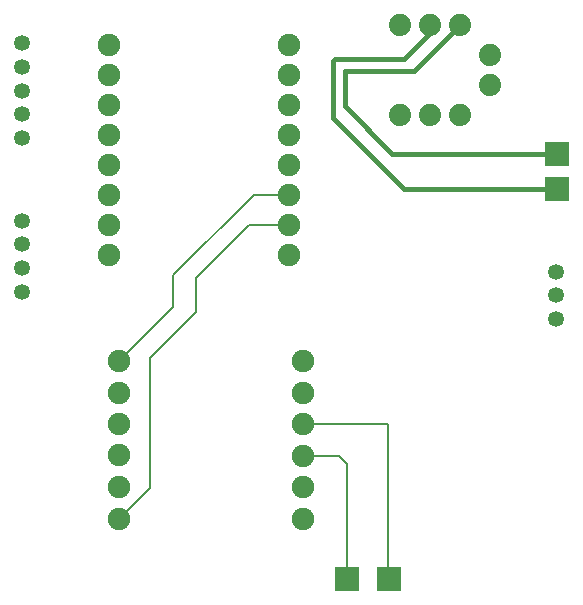
<source format=gbr>
%TF.GenerationSoftware,KiCad,Pcbnew,9.0.2*%
%TF.CreationDate,2025-05-23T14:51:07+09:00*%
%TF.ProjectId,__,78912e6b-6963-4616-945f-706362585858,rev?*%
%TF.SameCoordinates,Original*%
%TF.FileFunction,Copper,L2,Bot*%
%TF.FilePolarity,Positive*%
%FSLAX46Y46*%
G04 Gerber Fmt 4.6, Leading zero omitted, Abs format (unit mm)*
G04 Created by KiCad (PCBNEW 9.0.2) date 2025-05-23 14:51:07*
%MOMM*%
%LPD*%
G01*
G04 APERTURE LIST*
%TA.AperFunction,CastellatedPad*%
%ADD10C,1.350000*%
%TD*%
%TA.AperFunction,CastellatedPad*%
%ADD11C,1.905000*%
%TD*%
%TA.AperFunction,BGAPad,CuDef*%
%ADD12R,2.000000X2.000000*%
%TD*%
%TA.AperFunction,ComponentPad*%
%ADD13C,1.350000*%
%TD*%
%TA.AperFunction,ComponentPad*%
%ADD14C,1.905000*%
%TD*%
%TA.AperFunction,ComponentPad*%
%ADD15C,1.879600*%
%TD*%
%TA.AperFunction,Conductor*%
%ADD16C,0.200000*%
%TD*%
%TA.AperFunction,Conductor*%
%ADD17C,0.400000*%
%TD*%
G04 APERTURE END LIST*
D10*
%TO.P,Sensors,VCC*%
%TO.N,N/C*%
X52300000Y-28480000D03*
%TO.P,Sensors,GND*%
X52300000Y-26480000D03*
%TO.P,Sensors,DAT*%
X52300000Y-30480000D03*
%TD*%
D11*
%TO.P,DRV8833 Driver,EEP*%
%TO.N,N/C*%
X15300000Y-34065000D03*
%TO.P,DRV8833 Driver,GND*%
X30870000Y-39412500D03*
%TO.P,DRV8833 Driver,IN1*%
X30870000Y-47395000D03*
%TO.P,DRV8833 Driver,IN2*%
X30870000Y-44725000D03*
%TO.P,DRV8833 Driver,IN3*%
X30870000Y-36735000D03*
%TO.P,DRV8833 Driver,IN4*%
X30870000Y-34065000D03*
%TO.P,DRV8833 Driver,OUT1*%
X15300000Y-36735000D03*
%TO.P,DRV8833 Driver,OUT2*%
X15300000Y-39380000D03*
%TO.P,DRV8833 Driver,OUT3*%
X15300000Y-42040000D03*
%TO.P,DRV8833 Driver,OUT4*%
X15300000Y-44710000D03*
%TO.P,DRV8833 Driver,ULT*%
X15300000Y-47380000D03*
%TO.P,DRV8833 Driver,VCC*%
X30870000Y-42077500D03*
%TD*%
D12*
%TO.P,REF\u002A\u002A,1*%
%TO.N,N/C*%
X52400000Y-19480000D03*
%TD*%
%TO.P,DC/DC Converter,1*%
%TO.N,N/C*%
X34600000Y-52480000D03*
%TD*%
%TO.P,REF\u002A\u002A,1*%
%TO.N,N/C*%
X52400000Y-16480000D03*
%TD*%
D13*
%TO.P,Button,1*%
%TO.N,N/C*%
X7080000Y-7160000D03*
%TO.P,Button,2*%
X7080000Y-9160000D03*
%TO.P,Button,3*%
X7080000Y-11160000D03*
%TO.P,Button,4*%
X7080000Y-13160000D03*
%TO.P,Button,5*%
X7080000Y-15160000D03*
%TD*%
D14*
%TO.P,ESP32-C3
SuperMini,0*%
%TO.N,N/C*%
X29700000Y-25040000D03*
%TO.P,ESP32-C3
SuperMini,1*%
X29700000Y-22500000D03*
%TO.P,ESP32-C3
SuperMini,2*%
X29700000Y-19960000D03*
%TO.P,ESP32-C3
SuperMini,3*%
X29700000Y-17420000D03*
%TO.P,ESP32-C3
SuperMini,3.3*%
X29700000Y-12340000D03*
%TO.P,ESP32-C3
SuperMini,4*%
X29700000Y-14880000D03*
%TO.P,ESP32-C3
SuperMini,5*%
X14460000Y-7260000D03*
%TO.P,ESP32-C3
SuperMini,5V*%
X29700000Y-7260000D03*
%TO.P,ESP32-C3
SuperMini,6*%
X14460000Y-9800000D03*
%TO.P,ESP32-C3
SuperMini,7*%
X14460000Y-12340000D03*
%TO.P,ESP32-C3
SuperMini,8*%
X14460000Y-14880000D03*
%TO.P,ESP32-C3
SuperMini,9*%
X14460000Y-17420000D03*
%TO.P,ESP32-C3
SuperMini,10*%
X14460000Y-19960000D03*
%TO.P,ESP32-C3
SuperMini,20*%
X14460000Y-22500000D03*
%TO.P,ESP32-C3
SuperMini,21*%
X14460000Y-25040000D03*
%TO.P,ESP32-C3
SuperMini,G*%
X29700000Y-9800000D03*
%TD*%
D13*
%TO.P,Display / I2C Bus,1*%
%TO.N,N/C*%
X7080000Y-22160000D03*
%TO.P,Display / I2C Bus,2*%
X7080000Y-24160000D03*
%TO.P,Display / I2C Bus,3*%
X7080000Y-26160000D03*
%TO.P,Display / I2C Bus,4*%
X7080000Y-28160000D03*
%TD*%
D12*
%TO.P,REF\u002A\u002A,1*%
%TO.N,N/C*%
X38200000Y-52480000D03*
%TD*%
D15*
%TO.P,JP2,1*%
%TO.N,SDA*%
X44190086Y-13225260D03*
%TO.P,JP2,2*%
%TO.N,SCL*%
X41650086Y-13225260D03*
%TO.P,JP2,3*%
%TO.N,QST*%
X39110086Y-13225260D03*
%TD*%
%TO.P,JP4,1*%
%TO.N,VCC*%
X44190086Y-5605260D03*
%TO.P,JP4,2*%
%TO.N,GND*%
X41650086Y-5605260D03*
%TO.P,JP4,3*%
%TO.N,ALT*%
X39110086Y-5605260D03*
%TD*%
%TO.P,JP5,1*%
%TO.N,VCC*%
X46730086Y-10685260D03*
%TO.P,JP5,2*%
%TO.N,GND*%
X46730086Y-8145260D03*
%TD*%
D16*
%TO.N,*%
X30902500Y-39380000D02*
X38100000Y-39380000D01*
X15300000Y-34065000D02*
X19900000Y-29465000D01*
X38100000Y-52380000D02*
X38200000Y-52480000D01*
X19900000Y-29465000D02*
X19900000Y-26780000D01*
X17900000Y-33780000D02*
X21800000Y-29880000D01*
X21800000Y-26980000D02*
X26280000Y-22500000D01*
X38100000Y-39380000D02*
X38100000Y-52380000D01*
X26280000Y-22500000D02*
X29700000Y-22500000D01*
X34600000Y-42725000D02*
X34600000Y-52480000D01*
X26720000Y-19960000D02*
X29700000Y-19960000D01*
X17900000Y-44780000D02*
X17900000Y-33780000D01*
X30870000Y-42077500D02*
X33952500Y-42077500D01*
X21800000Y-29880000D02*
X21800000Y-26980000D01*
X19900000Y-26780000D02*
X26720000Y-19960000D01*
X33952500Y-42077500D02*
X34600000Y-42725000D01*
X15300000Y-47380000D02*
X17900000Y-44780000D01*
X30870000Y-39412500D02*
X30902500Y-39380000D01*
D17*
%TO.N,VCC*%
X34400000Y-9480000D02*
X34400000Y-12480000D01*
X40315346Y-9480000D02*
X34400000Y-9480000D01*
X34400000Y-12480000D02*
X38400000Y-16480000D01*
X38400000Y-16480000D02*
X52400000Y-16480000D01*
X44190086Y-5605260D02*
X40315346Y-9480000D01*
%TO.N,GND*%
X52400000Y-19480000D02*
X39400000Y-19480000D01*
X33600000Y-8480000D02*
X39400000Y-8480000D01*
X33400000Y-13480000D02*
X33400000Y-8680000D01*
X39400000Y-19480000D02*
X33400000Y-13480000D01*
X39400000Y-8480000D02*
X41650086Y-6229914D01*
X33400000Y-8680000D02*
X33600000Y-8480000D01*
X41650086Y-6229914D02*
X41650086Y-5605260D01*
%TD*%
M02*

</source>
